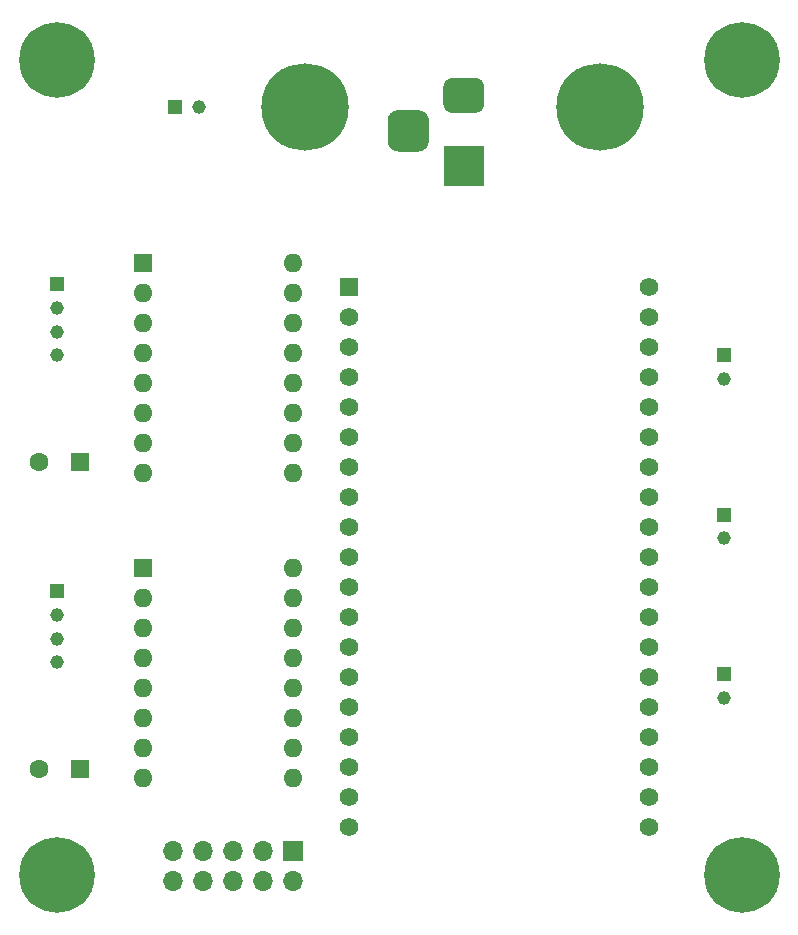
<source format=gbr>
%TF.GenerationSoftware,KiCad,Pcbnew,5.1.10*%
%TF.CreationDate,2021-08-28T10:57:21+12:00*%
%TF.ProjectId,Motor_Control,4d6f746f-725f-4436-9f6e-74726f6c2e6b,rev?*%
%TF.SameCoordinates,Original*%
%TF.FileFunction,Soldermask,Bot*%
%TF.FilePolarity,Negative*%
%FSLAX46Y46*%
G04 Gerber Fmt 4.6, Leading zero omitted, Abs format (unit mm)*
G04 Created by KiCad (PCBNEW 5.1.10) date 2021-08-28 10:57:21*
%MOMM*%
%LPD*%
G01*
G04 APERTURE LIST*
%ADD10R,1.700000X1.700000*%
%ADD11O,1.700000X1.700000*%
%ADD12C,6.400000*%
%ADD13C,0.800000*%
%ADD14C,7.400000*%
%ADD15R,1.150000X1.150000*%
%ADD16C,1.150000*%
%ADD17R,1.600000X1.600000*%
%ADD18O,1.600000X1.600000*%
%ADD19R,1.560000X1.560000*%
%ADD20C,1.560000*%
%ADD21R,3.500000X3.500000*%
%ADD22C,1.600000*%
G04 APERTURE END LIST*
D10*
%TO.C,J6*%
X221000000Y-138000000D03*
D11*
X221000000Y-140540000D03*
X218460000Y-138000000D03*
X218460000Y-140540000D03*
X215920000Y-138000000D03*
X215920000Y-140540000D03*
X213380000Y-138000000D03*
X213380000Y-140540000D03*
X210840000Y-138000000D03*
X210840000Y-140540000D03*
%TD*%
D12*
%TO.C,H6*%
X259000000Y-71000000D03*
D13*
X259000000Y-73400000D03*
X257302944Y-72697056D03*
X256600000Y-71000000D03*
X257302944Y-69302944D03*
X259000000Y-68600000D03*
X260697056Y-69302944D03*
X261400000Y-71000000D03*
X260697056Y-72697056D03*
%TD*%
D12*
%TO.C,H5*%
X259000000Y-140000000D03*
D13*
X256600000Y-140000000D03*
X257302944Y-138302944D03*
X259000000Y-137600000D03*
X260697056Y-138302944D03*
X261400000Y-140000000D03*
X260697056Y-141697056D03*
X259000000Y-142400000D03*
X257302944Y-141697056D03*
%TD*%
D12*
%TO.C,H4*%
X201000000Y-71000000D03*
D13*
X203400000Y-71000000D03*
X202697056Y-72697056D03*
X201000000Y-73400000D03*
X199302944Y-72697056D03*
X198600000Y-71000000D03*
X199302944Y-69302944D03*
X201000000Y-68600000D03*
X202697056Y-69302944D03*
%TD*%
D12*
%TO.C,H3*%
X201000000Y-140000000D03*
D13*
X201000000Y-137600000D03*
X202697056Y-138302944D03*
X203400000Y-140000000D03*
X202697056Y-141697056D03*
X201000000Y-142400000D03*
X199302944Y-141697056D03*
X198600000Y-140000000D03*
X199302944Y-138302944D03*
%TD*%
D14*
%TO.C,H2*%
X247000000Y-75000000D03*
D13*
X249775000Y-75000000D03*
X248962221Y-76962221D03*
X247000000Y-77775000D03*
X245037779Y-76962221D03*
X244225000Y-75000000D03*
X245037779Y-73037779D03*
X247000000Y-72225000D03*
X248962221Y-73037779D03*
%TD*%
D14*
%TO.C,H1*%
X222000000Y-75000000D03*
D13*
X224775000Y-75000000D03*
X223962221Y-76962221D03*
X222000000Y-77775000D03*
X220037779Y-76962221D03*
X219225000Y-75000000D03*
X220037779Y-73037779D03*
X222000000Y-72225000D03*
X223962221Y-73037779D03*
%TD*%
D15*
%TO.C,M2*%
X201000000Y-90000000D03*
D16*
X201000000Y-92000001D03*
X201000000Y-94000000D03*
X201000000Y-96000001D03*
%TD*%
D15*
%TO.C,M1*%
X201000000Y-116000000D03*
D16*
X201000000Y-118000001D03*
X201000000Y-120000000D03*
X201000000Y-122000001D03*
%TD*%
D15*
%TO.C,J1*%
X211000000Y-75000000D03*
D16*
X213000001Y-75000000D03*
%TD*%
D15*
%TO.C,J5*%
X257510001Y-109500000D03*
D16*
X257510001Y-111500001D03*
%TD*%
D15*
%TO.C,J4*%
X257510001Y-96000000D03*
D16*
X257510001Y-98000001D03*
%TD*%
D15*
%TO.C,J3*%
X257510001Y-123000000D03*
D16*
X257510001Y-125000001D03*
%TD*%
D17*
%TO.C,A2*%
X208300000Y-88220000D03*
D18*
X221000000Y-106000000D03*
X208300000Y-90760000D03*
X221000000Y-103460000D03*
X208300000Y-93300000D03*
X221000000Y-100920000D03*
X208300000Y-95840000D03*
X221000000Y-98380000D03*
X208300000Y-98380000D03*
X221000000Y-95840000D03*
X208300000Y-100920000D03*
X221000000Y-93300000D03*
X208300000Y-103460000D03*
X221000000Y-90760000D03*
X208300000Y-106000000D03*
X221000000Y-88220000D03*
%TD*%
D19*
%TO.C,U1*%
X225744000Y-90252000D03*
D20*
X225744000Y-92792000D03*
X225744000Y-135972000D03*
X225744000Y-95332000D03*
X225744000Y-97872000D03*
X225744000Y-100412000D03*
X225744000Y-102952000D03*
X225744000Y-105492000D03*
X225744000Y-108032000D03*
X225744000Y-110572000D03*
X225744000Y-113112000D03*
X225744000Y-115652000D03*
X225744000Y-118192000D03*
X225744000Y-120732000D03*
X225744000Y-123272000D03*
X225744000Y-125812000D03*
X225744000Y-128352000D03*
X225744000Y-130892000D03*
X225744000Y-133432000D03*
X251144000Y-90252000D03*
X251144000Y-92792000D03*
X251144000Y-95332000D03*
X251144000Y-97872000D03*
X251144000Y-100412000D03*
X251144000Y-102952000D03*
X251144000Y-105492000D03*
X251144000Y-108032000D03*
X251144000Y-110572000D03*
X251144000Y-113112000D03*
X251144000Y-115652000D03*
X251144000Y-118192000D03*
X251144000Y-120732000D03*
X251144000Y-123272000D03*
X251144000Y-125812000D03*
X251144000Y-128352000D03*
X251144000Y-130892000D03*
X251144000Y-133432000D03*
X251144000Y-135972000D03*
%TD*%
D21*
%TO.C,J2*%
X235457500Y-80000000D03*
G36*
G01*
X234457500Y-72500000D02*
X236457500Y-72500000D01*
G75*
G02*
X237207500Y-73250000I0J-750000D01*
G01*
X237207500Y-74750000D01*
G75*
G02*
X236457500Y-75500000I-750000J0D01*
G01*
X234457500Y-75500000D01*
G75*
G02*
X233707500Y-74750000I0J750000D01*
G01*
X233707500Y-73250000D01*
G75*
G02*
X234457500Y-72500000I750000J0D01*
G01*
G37*
G36*
G01*
X229882500Y-75250000D02*
X231632500Y-75250000D01*
G75*
G02*
X232507500Y-76125000I0J-875000D01*
G01*
X232507500Y-77875000D01*
G75*
G02*
X231632500Y-78750000I-875000J0D01*
G01*
X229882500Y-78750000D01*
G75*
G02*
X229007500Y-77875000I0J875000D01*
G01*
X229007500Y-76125000D01*
G75*
G02*
X229882500Y-75250000I875000J0D01*
G01*
G37*
%TD*%
D17*
%TO.C,C2*%
X203000000Y-105000000D03*
D22*
X199500000Y-105000000D03*
%TD*%
D17*
%TO.C,C1*%
X203000000Y-131000000D03*
D22*
X199500000Y-131000000D03*
%TD*%
D17*
%TO.C,A1*%
X208300000Y-114000000D03*
D18*
X221000000Y-131780000D03*
X208300000Y-116540000D03*
X221000000Y-129240000D03*
X208300000Y-119080000D03*
X221000000Y-126700000D03*
X208300000Y-121620000D03*
X221000000Y-124160000D03*
X208300000Y-124160000D03*
X221000000Y-121620000D03*
X208300000Y-126700000D03*
X221000000Y-119080000D03*
X208300000Y-129240000D03*
X221000000Y-116540000D03*
X208300000Y-131780000D03*
X221000000Y-114000000D03*
%TD*%
M02*

</source>
